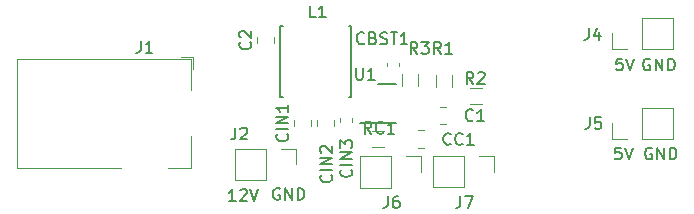
<source format=gto>
G04 #@! TF.GenerationSoftware,KiCad,Pcbnew,(5.1.6-0-10_14)*
G04 #@! TF.CreationDate,2021-08-26T03:19:47+09:00*
G04 #@! TF.ProjectId,5v,35762e6b-6963-4616-945f-706362585858,rev?*
G04 #@! TF.SameCoordinates,Original*
G04 #@! TF.FileFunction,Legend,Top*
G04 #@! TF.FilePolarity,Positive*
%FSLAX46Y46*%
G04 Gerber Fmt 4.6, Leading zero omitted, Abs format (unit mm)*
G04 Created by KiCad (PCBNEW (5.1.6-0-10_14)) date 2021-08-26 03:19:47*
%MOMM*%
%LPD*%
G01*
G04 APERTURE LIST*
%ADD10C,0.150000*%
%ADD11C,0.120000*%
%ADD12C,0.127000*%
G04 APERTURE END LIST*
D10*
X116950952Y-98092380D02*
X116379523Y-98092380D01*
X116665238Y-98092380D02*
X116665238Y-97092380D01*
X116570000Y-97235238D01*
X116474761Y-97330476D01*
X116379523Y-97378095D01*
X117331904Y-97187619D02*
X117379523Y-97140000D01*
X117474761Y-97092380D01*
X117712857Y-97092380D01*
X117808095Y-97140000D01*
X117855714Y-97187619D01*
X117903333Y-97282857D01*
X117903333Y-97378095D01*
X117855714Y-97520952D01*
X117284285Y-98092380D01*
X117903333Y-98092380D01*
X118189047Y-97092380D02*
X118522380Y-98092380D01*
X118855714Y-97092380D01*
X120678095Y-97050000D02*
X120582857Y-97002380D01*
X120440000Y-97002380D01*
X120297142Y-97050000D01*
X120201904Y-97145238D01*
X120154285Y-97240476D01*
X120106666Y-97430952D01*
X120106666Y-97573809D01*
X120154285Y-97764285D01*
X120201904Y-97859523D01*
X120297142Y-97954761D01*
X120440000Y-98002380D01*
X120535238Y-98002380D01*
X120678095Y-97954761D01*
X120725714Y-97907142D01*
X120725714Y-97573809D01*
X120535238Y-97573809D01*
X121154285Y-98002380D02*
X121154285Y-97002380D01*
X121725714Y-98002380D01*
X121725714Y-97002380D01*
X122201904Y-98002380D02*
X122201904Y-97002380D01*
X122440000Y-97002380D01*
X122582857Y-97050000D01*
X122678095Y-97145238D01*
X122725714Y-97240476D01*
X122773333Y-97430952D01*
X122773333Y-97573809D01*
X122725714Y-97764285D01*
X122678095Y-97859523D01*
X122582857Y-97954761D01*
X122440000Y-98002380D01*
X122201904Y-98002380D01*
X149679523Y-86032380D02*
X149203333Y-86032380D01*
X149155714Y-86508571D01*
X149203333Y-86460952D01*
X149298571Y-86413333D01*
X149536666Y-86413333D01*
X149631904Y-86460952D01*
X149679523Y-86508571D01*
X149727142Y-86603809D01*
X149727142Y-86841904D01*
X149679523Y-86937142D01*
X149631904Y-86984761D01*
X149536666Y-87032380D01*
X149298571Y-87032380D01*
X149203333Y-86984761D01*
X149155714Y-86937142D01*
X150012857Y-86032380D02*
X150346190Y-87032380D01*
X150679523Y-86032380D01*
X152028095Y-86080000D02*
X151932857Y-86032380D01*
X151790000Y-86032380D01*
X151647142Y-86080000D01*
X151551904Y-86175238D01*
X151504285Y-86270476D01*
X151456666Y-86460952D01*
X151456666Y-86603809D01*
X151504285Y-86794285D01*
X151551904Y-86889523D01*
X151647142Y-86984761D01*
X151790000Y-87032380D01*
X151885238Y-87032380D01*
X152028095Y-86984761D01*
X152075714Y-86937142D01*
X152075714Y-86603809D01*
X151885238Y-86603809D01*
X152504285Y-87032380D02*
X152504285Y-86032380D01*
X153075714Y-87032380D01*
X153075714Y-86032380D01*
X153551904Y-87032380D02*
X153551904Y-86032380D01*
X153790000Y-86032380D01*
X153932857Y-86080000D01*
X154028095Y-86175238D01*
X154075714Y-86270476D01*
X154123333Y-86460952D01*
X154123333Y-86603809D01*
X154075714Y-86794285D01*
X154028095Y-86889523D01*
X153932857Y-86984761D01*
X153790000Y-87032380D01*
X153551904Y-87032380D01*
X149579523Y-93572380D02*
X149103333Y-93572380D01*
X149055714Y-94048571D01*
X149103333Y-94000952D01*
X149198571Y-93953333D01*
X149436666Y-93953333D01*
X149531904Y-94000952D01*
X149579523Y-94048571D01*
X149627142Y-94143809D01*
X149627142Y-94381904D01*
X149579523Y-94477142D01*
X149531904Y-94524761D01*
X149436666Y-94572380D01*
X149198571Y-94572380D01*
X149103333Y-94524761D01*
X149055714Y-94477142D01*
X149912857Y-93572380D02*
X150246190Y-94572380D01*
X150579523Y-93572380D01*
X152178095Y-93620000D02*
X152082857Y-93572380D01*
X151940000Y-93572380D01*
X151797142Y-93620000D01*
X151701904Y-93715238D01*
X151654285Y-93810476D01*
X151606666Y-94000952D01*
X151606666Y-94143809D01*
X151654285Y-94334285D01*
X151701904Y-94429523D01*
X151797142Y-94524761D01*
X151940000Y-94572380D01*
X152035238Y-94572380D01*
X152178095Y-94524761D01*
X152225714Y-94477142D01*
X152225714Y-94143809D01*
X152035238Y-94143809D01*
X152654285Y-94572380D02*
X152654285Y-93572380D01*
X153225714Y-94572380D01*
X153225714Y-93572380D01*
X153701904Y-94572380D02*
X153701904Y-93572380D01*
X153940000Y-93572380D01*
X154082857Y-93620000D01*
X154178095Y-93715238D01*
X154225714Y-93810476D01*
X154273333Y-94000952D01*
X154273333Y-94143809D01*
X154225714Y-94334285D01*
X154178095Y-94429523D01*
X154082857Y-94524761D01*
X153940000Y-94572380D01*
X153701904Y-94572380D01*
D11*
G04 #@! TO.C,C1*
X134781252Y-91605000D02*
X134258748Y-91605000D01*
X134781252Y-90135000D02*
X134258748Y-90135000D01*
G04 #@! TO.C,CIN1*
X121885000Y-91721252D02*
X121885000Y-91198748D01*
X123355000Y-91721252D02*
X123355000Y-91198748D01*
G04 #@! TO.C,CIN2*
X123845000Y-91721252D02*
X123845000Y-91198748D01*
X125315000Y-91721252D02*
X125315000Y-91198748D01*
G04 #@! TO.C,CIN3*
X125780000Y-91370580D02*
X125780000Y-91089420D01*
X126800000Y-91370580D02*
X126800000Y-91089420D01*
G04 #@! TO.C,J1*
X113360000Y-86920000D02*
X113360000Y-85870000D01*
X112310000Y-85870000D02*
X113360000Y-85870000D01*
X107260000Y-95270000D02*
X98460000Y-95270000D01*
X98460000Y-95270000D02*
X98460000Y-86070000D01*
X113160000Y-92570000D02*
X113160000Y-95270000D01*
X113160000Y-95270000D02*
X111260000Y-95270000D01*
X98460000Y-86070000D02*
X113160000Y-86070000D01*
X113160000Y-86070000D02*
X113160000Y-88670000D01*
G04 #@! TO.C,J2*
X122080000Y-93650000D02*
X122080000Y-94980000D01*
X120750000Y-93650000D02*
X122080000Y-93650000D01*
X119480000Y-93650000D02*
X119480000Y-96310000D01*
X119480000Y-96310000D02*
X116880000Y-96310000D01*
X119480000Y-93650000D02*
X116880000Y-93650000D01*
X116880000Y-93650000D02*
X116880000Y-96310000D01*
G04 #@! TO.C,J4*
X148790000Y-85230000D02*
X148790000Y-83900000D01*
X150120000Y-85230000D02*
X148790000Y-85230000D01*
X151390000Y-85230000D02*
X151390000Y-82570000D01*
X151390000Y-82570000D02*
X153990000Y-82570000D01*
X151390000Y-85230000D02*
X153990000Y-85230000D01*
X153990000Y-85230000D02*
X153990000Y-82570000D01*
G04 #@! TO.C,C2*
X118765000Y-84721252D02*
X118765000Y-84198748D01*
X120235000Y-84721252D02*
X120235000Y-84198748D01*
G04 #@! TO.C,CBST1*
X130800000Y-86389420D02*
X130800000Y-86670580D01*
X129780000Y-86389420D02*
X129780000Y-86670580D01*
G04 #@! TO.C,CC1*
X132891252Y-93565000D02*
X132368748Y-93565000D01*
X132891252Y-92095000D02*
X132368748Y-92095000D01*
G04 #@! TO.C,J5*
X148790000Y-92850000D02*
X148790000Y-91520000D01*
X150120000Y-92850000D02*
X148790000Y-92850000D01*
X151390000Y-92850000D02*
X151390000Y-90190000D01*
X151390000Y-90190000D02*
X153990000Y-90190000D01*
X151390000Y-92850000D02*
X153990000Y-92850000D01*
X153990000Y-92850000D02*
X153990000Y-90190000D01*
D12*
G04 #@! TO.C,L1*
X126520000Y-89250000D02*
X126720000Y-89250000D01*
X126720000Y-89250000D02*
X126720000Y-83250000D01*
X126720000Y-83250000D02*
X126520000Y-83250000D01*
X120920000Y-89250000D02*
X120720000Y-89250000D01*
X120720000Y-89250000D02*
X120720000Y-83250000D01*
X120720000Y-83250000D02*
X120920000Y-83250000D01*
D11*
G04 #@! TO.C,R1*
X135280000Y-87430000D02*
X135280000Y-88430000D01*
X133920000Y-88430000D02*
X133920000Y-87430000D01*
G04 #@! TO.C,R2*
X137770000Y-89850000D02*
X136770000Y-89850000D01*
X136770000Y-88490000D02*
X137770000Y-88490000D01*
G04 #@! TO.C,R3*
X132400000Y-87330000D02*
X132400000Y-88330000D01*
X131040000Y-88330000D02*
X131040000Y-87330000D01*
G04 #@! TO.C,RC1*
X128480000Y-92160000D02*
X129480000Y-92160000D01*
X129480000Y-93520000D02*
X128480000Y-93520000D01*
D10*
G04 #@! TO.C,U1*
X129020000Y-88195000D02*
X130520000Y-88195000D01*
X127520000Y-91445000D02*
X130520000Y-91445000D01*
D11*
G04 #@! TO.C,J6*
X132680000Y-94290000D02*
X132680000Y-95620000D01*
X131350000Y-94290000D02*
X132680000Y-94290000D01*
X130080000Y-94290000D02*
X130080000Y-96950000D01*
X130080000Y-96950000D02*
X127480000Y-96950000D01*
X130080000Y-94290000D02*
X127480000Y-94290000D01*
X127480000Y-94290000D02*
X127480000Y-96950000D01*
G04 #@! TO.C,J7*
X133650000Y-94280000D02*
X133650000Y-96940000D01*
X136250000Y-94280000D02*
X133650000Y-94280000D01*
X136250000Y-96940000D02*
X133650000Y-96940000D01*
X136250000Y-94280000D02*
X136250000Y-96940000D01*
X137520000Y-94280000D02*
X138850000Y-94280000D01*
X138850000Y-94280000D02*
X138850000Y-95610000D01*
G04 #@! TO.C,C1*
D10*
X137033333Y-91227142D02*
X136985714Y-91274761D01*
X136842857Y-91322380D01*
X136747619Y-91322380D01*
X136604761Y-91274761D01*
X136509523Y-91179523D01*
X136461904Y-91084285D01*
X136414285Y-90893809D01*
X136414285Y-90750952D01*
X136461904Y-90560476D01*
X136509523Y-90465238D01*
X136604761Y-90370000D01*
X136747619Y-90322380D01*
X136842857Y-90322380D01*
X136985714Y-90370000D01*
X137033333Y-90417619D01*
X137985714Y-91322380D02*
X137414285Y-91322380D01*
X137700000Y-91322380D02*
X137700000Y-90322380D01*
X137604761Y-90465238D01*
X137509523Y-90560476D01*
X137414285Y-90608095D01*
G04 #@! TO.C,CIN1*
X121307142Y-92418571D02*
X121354761Y-92466190D01*
X121402380Y-92609047D01*
X121402380Y-92704285D01*
X121354761Y-92847142D01*
X121259523Y-92942380D01*
X121164285Y-92990000D01*
X120973809Y-93037619D01*
X120830952Y-93037619D01*
X120640476Y-92990000D01*
X120545238Y-92942380D01*
X120450000Y-92847142D01*
X120402380Y-92704285D01*
X120402380Y-92609047D01*
X120450000Y-92466190D01*
X120497619Y-92418571D01*
X121402380Y-91990000D02*
X120402380Y-91990000D01*
X121402380Y-91513809D02*
X120402380Y-91513809D01*
X121402380Y-90942380D01*
X120402380Y-90942380D01*
X121402380Y-89942380D02*
X121402380Y-90513809D01*
X121402380Y-90228095D02*
X120402380Y-90228095D01*
X120545238Y-90323333D01*
X120640476Y-90418571D01*
X120688095Y-90513809D01*
G04 #@! TO.C,CIN2*
X125027142Y-95888571D02*
X125074761Y-95936190D01*
X125122380Y-96079047D01*
X125122380Y-96174285D01*
X125074761Y-96317142D01*
X124979523Y-96412380D01*
X124884285Y-96460000D01*
X124693809Y-96507619D01*
X124550952Y-96507619D01*
X124360476Y-96460000D01*
X124265238Y-96412380D01*
X124170000Y-96317142D01*
X124122380Y-96174285D01*
X124122380Y-96079047D01*
X124170000Y-95936190D01*
X124217619Y-95888571D01*
X125122380Y-95460000D02*
X124122380Y-95460000D01*
X125122380Y-94983809D02*
X124122380Y-94983809D01*
X125122380Y-94412380D01*
X124122380Y-94412380D01*
X124217619Y-93983809D02*
X124170000Y-93936190D01*
X124122380Y-93840952D01*
X124122380Y-93602857D01*
X124170000Y-93507619D01*
X124217619Y-93460000D01*
X124312857Y-93412380D01*
X124408095Y-93412380D01*
X124550952Y-93460000D01*
X125122380Y-94031428D01*
X125122380Y-93412380D01*
G04 #@! TO.C,CIN3*
X126717142Y-95428571D02*
X126764761Y-95476190D01*
X126812380Y-95619047D01*
X126812380Y-95714285D01*
X126764761Y-95857142D01*
X126669523Y-95952380D01*
X126574285Y-96000000D01*
X126383809Y-96047619D01*
X126240952Y-96047619D01*
X126050476Y-96000000D01*
X125955238Y-95952380D01*
X125860000Y-95857142D01*
X125812380Y-95714285D01*
X125812380Y-95619047D01*
X125860000Y-95476190D01*
X125907619Y-95428571D01*
X126812380Y-95000000D02*
X125812380Y-95000000D01*
X126812380Y-94523809D02*
X125812380Y-94523809D01*
X126812380Y-93952380D01*
X125812380Y-93952380D01*
X125812380Y-93571428D02*
X125812380Y-92952380D01*
X126193333Y-93285714D01*
X126193333Y-93142857D01*
X126240952Y-93047619D01*
X126288571Y-93000000D01*
X126383809Y-92952380D01*
X126621904Y-92952380D01*
X126717142Y-93000000D01*
X126764761Y-93047619D01*
X126812380Y-93142857D01*
X126812380Y-93428571D01*
X126764761Y-93523809D01*
X126717142Y-93571428D01*
G04 #@! TO.C,J1*
X108906666Y-84552380D02*
X108906666Y-85266666D01*
X108859047Y-85409523D01*
X108763809Y-85504761D01*
X108620952Y-85552380D01*
X108525714Y-85552380D01*
X109906666Y-85552380D02*
X109335238Y-85552380D01*
X109620952Y-85552380D02*
X109620952Y-84552380D01*
X109525714Y-84695238D01*
X109430476Y-84790476D01*
X109335238Y-84838095D01*
G04 #@! TO.C,J2*
X116926666Y-91872380D02*
X116926666Y-92586666D01*
X116879047Y-92729523D01*
X116783809Y-92824761D01*
X116640952Y-92872380D01*
X116545714Y-92872380D01*
X117355238Y-91967619D02*
X117402857Y-91920000D01*
X117498095Y-91872380D01*
X117736190Y-91872380D01*
X117831428Y-91920000D01*
X117879047Y-91967619D01*
X117926666Y-92062857D01*
X117926666Y-92158095D01*
X117879047Y-92300952D01*
X117307619Y-92872380D01*
X117926666Y-92872380D01*
G04 #@! TO.C,J4*
X146846666Y-83452380D02*
X146846666Y-84166666D01*
X146799047Y-84309523D01*
X146703809Y-84404761D01*
X146560952Y-84452380D01*
X146465714Y-84452380D01*
X147751428Y-83785714D02*
X147751428Y-84452380D01*
X147513333Y-83404761D02*
X147275238Y-84119047D01*
X147894285Y-84119047D01*
G04 #@! TO.C,C2*
X118177142Y-84626666D02*
X118224761Y-84674285D01*
X118272380Y-84817142D01*
X118272380Y-84912380D01*
X118224761Y-85055238D01*
X118129523Y-85150476D01*
X118034285Y-85198095D01*
X117843809Y-85245714D01*
X117700952Y-85245714D01*
X117510476Y-85198095D01*
X117415238Y-85150476D01*
X117320000Y-85055238D01*
X117272380Y-84912380D01*
X117272380Y-84817142D01*
X117320000Y-84674285D01*
X117367619Y-84626666D01*
X117367619Y-84245714D02*
X117320000Y-84198095D01*
X117272380Y-84102857D01*
X117272380Y-83864761D01*
X117320000Y-83769523D01*
X117367619Y-83721904D01*
X117462857Y-83674285D01*
X117558095Y-83674285D01*
X117700952Y-83721904D01*
X118272380Y-84293333D01*
X118272380Y-83674285D01*
G04 #@! TO.C,CBST1*
X127826190Y-84717142D02*
X127778571Y-84764761D01*
X127635714Y-84812380D01*
X127540476Y-84812380D01*
X127397619Y-84764761D01*
X127302380Y-84669523D01*
X127254761Y-84574285D01*
X127207142Y-84383809D01*
X127207142Y-84240952D01*
X127254761Y-84050476D01*
X127302380Y-83955238D01*
X127397619Y-83860000D01*
X127540476Y-83812380D01*
X127635714Y-83812380D01*
X127778571Y-83860000D01*
X127826190Y-83907619D01*
X128588095Y-84288571D02*
X128730952Y-84336190D01*
X128778571Y-84383809D01*
X128826190Y-84479047D01*
X128826190Y-84621904D01*
X128778571Y-84717142D01*
X128730952Y-84764761D01*
X128635714Y-84812380D01*
X128254761Y-84812380D01*
X128254761Y-83812380D01*
X128588095Y-83812380D01*
X128683333Y-83860000D01*
X128730952Y-83907619D01*
X128778571Y-84002857D01*
X128778571Y-84098095D01*
X128730952Y-84193333D01*
X128683333Y-84240952D01*
X128588095Y-84288571D01*
X128254761Y-84288571D01*
X129207142Y-84764761D02*
X129350000Y-84812380D01*
X129588095Y-84812380D01*
X129683333Y-84764761D01*
X129730952Y-84717142D01*
X129778571Y-84621904D01*
X129778571Y-84526666D01*
X129730952Y-84431428D01*
X129683333Y-84383809D01*
X129588095Y-84336190D01*
X129397619Y-84288571D01*
X129302380Y-84240952D01*
X129254761Y-84193333D01*
X129207142Y-84098095D01*
X129207142Y-84002857D01*
X129254761Y-83907619D01*
X129302380Y-83860000D01*
X129397619Y-83812380D01*
X129635714Y-83812380D01*
X129778571Y-83860000D01*
X130064285Y-83812380D02*
X130635714Y-83812380D01*
X130350000Y-84812380D02*
X130350000Y-83812380D01*
X131492857Y-84812380D02*
X130921428Y-84812380D01*
X131207142Y-84812380D02*
X131207142Y-83812380D01*
X131111904Y-83955238D01*
X131016666Y-84050476D01*
X130921428Y-84098095D01*
G04 #@! TO.C,CC1*
X135163333Y-93247142D02*
X135115714Y-93294761D01*
X134972857Y-93342380D01*
X134877619Y-93342380D01*
X134734761Y-93294761D01*
X134639523Y-93199523D01*
X134591904Y-93104285D01*
X134544285Y-92913809D01*
X134544285Y-92770952D01*
X134591904Y-92580476D01*
X134639523Y-92485238D01*
X134734761Y-92390000D01*
X134877619Y-92342380D01*
X134972857Y-92342380D01*
X135115714Y-92390000D01*
X135163333Y-92437619D01*
X136163333Y-93247142D02*
X136115714Y-93294761D01*
X135972857Y-93342380D01*
X135877619Y-93342380D01*
X135734761Y-93294761D01*
X135639523Y-93199523D01*
X135591904Y-93104285D01*
X135544285Y-92913809D01*
X135544285Y-92770952D01*
X135591904Y-92580476D01*
X135639523Y-92485238D01*
X135734761Y-92390000D01*
X135877619Y-92342380D01*
X135972857Y-92342380D01*
X136115714Y-92390000D01*
X136163333Y-92437619D01*
X137115714Y-93342380D02*
X136544285Y-93342380D01*
X136830000Y-93342380D02*
X136830000Y-92342380D01*
X136734761Y-92485238D01*
X136639523Y-92580476D01*
X136544285Y-92628095D01*
G04 #@! TO.C,J5*
X146926666Y-90982380D02*
X146926666Y-91696666D01*
X146879047Y-91839523D01*
X146783809Y-91934761D01*
X146640952Y-91982380D01*
X146545714Y-91982380D01*
X147879047Y-90982380D02*
X147402857Y-90982380D01*
X147355238Y-91458571D01*
X147402857Y-91410952D01*
X147498095Y-91363333D01*
X147736190Y-91363333D01*
X147831428Y-91410952D01*
X147879047Y-91458571D01*
X147926666Y-91553809D01*
X147926666Y-91791904D01*
X147879047Y-91887142D01*
X147831428Y-91934761D01*
X147736190Y-91982380D01*
X147498095Y-91982380D01*
X147402857Y-91934761D01*
X147355238Y-91887142D01*
G04 #@! TO.C,L1*
X123723333Y-82552380D02*
X123247142Y-82552380D01*
X123247142Y-81552380D01*
X124580476Y-82552380D02*
X124009047Y-82552380D01*
X124294761Y-82552380D02*
X124294761Y-81552380D01*
X124199523Y-81695238D01*
X124104285Y-81790476D01*
X124009047Y-81838095D01*
G04 #@! TO.C,R1*
X134333333Y-85632380D02*
X134000000Y-85156190D01*
X133761904Y-85632380D02*
X133761904Y-84632380D01*
X134142857Y-84632380D01*
X134238095Y-84680000D01*
X134285714Y-84727619D01*
X134333333Y-84822857D01*
X134333333Y-84965714D01*
X134285714Y-85060952D01*
X134238095Y-85108571D01*
X134142857Y-85156190D01*
X133761904Y-85156190D01*
X135285714Y-85632380D02*
X134714285Y-85632380D01*
X135000000Y-85632380D02*
X135000000Y-84632380D01*
X134904761Y-84775238D01*
X134809523Y-84870476D01*
X134714285Y-84918095D01*
G04 #@! TO.C,R2*
X137083333Y-88162380D02*
X136750000Y-87686190D01*
X136511904Y-88162380D02*
X136511904Y-87162380D01*
X136892857Y-87162380D01*
X136988095Y-87210000D01*
X137035714Y-87257619D01*
X137083333Y-87352857D01*
X137083333Y-87495714D01*
X137035714Y-87590952D01*
X136988095Y-87638571D01*
X136892857Y-87686190D01*
X136511904Y-87686190D01*
X137464285Y-87257619D02*
X137511904Y-87210000D01*
X137607142Y-87162380D01*
X137845238Y-87162380D01*
X137940476Y-87210000D01*
X137988095Y-87257619D01*
X138035714Y-87352857D01*
X138035714Y-87448095D01*
X137988095Y-87590952D01*
X137416666Y-88162380D01*
X138035714Y-88162380D01*
G04 #@! TO.C,R3*
X132343333Y-85622380D02*
X132010000Y-85146190D01*
X131771904Y-85622380D02*
X131771904Y-84622380D01*
X132152857Y-84622380D01*
X132248095Y-84670000D01*
X132295714Y-84717619D01*
X132343333Y-84812857D01*
X132343333Y-84955714D01*
X132295714Y-85050952D01*
X132248095Y-85098571D01*
X132152857Y-85146190D01*
X131771904Y-85146190D01*
X132676666Y-84622380D02*
X133295714Y-84622380D01*
X132962380Y-85003333D01*
X133105238Y-85003333D01*
X133200476Y-85050952D01*
X133248095Y-85098571D01*
X133295714Y-85193809D01*
X133295714Y-85431904D01*
X133248095Y-85527142D01*
X133200476Y-85574761D01*
X133105238Y-85622380D01*
X132819523Y-85622380D01*
X132724285Y-85574761D01*
X132676666Y-85527142D01*
G04 #@! TO.C,RC1*
X128443333Y-92382380D02*
X128110000Y-91906190D01*
X127871904Y-92382380D02*
X127871904Y-91382380D01*
X128252857Y-91382380D01*
X128348095Y-91430000D01*
X128395714Y-91477619D01*
X128443333Y-91572857D01*
X128443333Y-91715714D01*
X128395714Y-91810952D01*
X128348095Y-91858571D01*
X128252857Y-91906190D01*
X127871904Y-91906190D01*
X129443333Y-92287142D02*
X129395714Y-92334761D01*
X129252857Y-92382380D01*
X129157619Y-92382380D01*
X129014761Y-92334761D01*
X128919523Y-92239523D01*
X128871904Y-92144285D01*
X128824285Y-91953809D01*
X128824285Y-91810952D01*
X128871904Y-91620476D01*
X128919523Y-91525238D01*
X129014761Y-91430000D01*
X129157619Y-91382380D01*
X129252857Y-91382380D01*
X129395714Y-91430000D01*
X129443333Y-91477619D01*
X130395714Y-92382380D02*
X129824285Y-92382380D01*
X130110000Y-92382380D02*
X130110000Y-91382380D01*
X130014761Y-91525238D01*
X129919523Y-91620476D01*
X129824285Y-91668095D01*
G04 #@! TO.C,U1*
X127148095Y-86822380D02*
X127148095Y-87631904D01*
X127195714Y-87727142D01*
X127243333Y-87774761D01*
X127338571Y-87822380D01*
X127529047Y-87822380D01*
X127624285Y-87774761D01*
X127671904Y-87727142D01*
X127719523Y-87631904D01*
X127719523Y-86822380D01*
X128719523Y-87822380D02*
X128148095Y-87822380D01*
X128433809Y-87822380D02*
X128433809Y-86822380D01*
X128338571Y-86965238D01*
X128243333Y-87060476D01*
X128148095Y-87108095D01*
G04 #@! TO.C,J6*
X129826666Y-97672380D02*
X129826666Y-98386666D01*
X129779047Y-98529523D01*
X129683809Y-98624761D01*
X129540952Y-98672380D01*
X129445714Y-98672380D01*
X130731428Y-97672380D02*
X130540952Y-97672380D01*
X130445714Y-97720000D01*
X130398095Y-97767619D01*
X130302857Y-97910476D01*
X130255238Y-98100952D01*
X130255238Y-98481904D01*
X130302857Y-98577142D01*
X130350476Y-98624761D01*
X130445714Y-98672380D01*
X130636190Y-98672380D01*
X130731428Y-98624761D01*
X130779047Y-98577142D01*
X130826666Y-98481904D01*
X130826666Y-98243809D01*
X130779047Y-98148571D01*
X130731428Y-98100952D01*
X130636190Y-98053333D01*
X130445714Y-98053333D01*
X130350476Y-98100952D01*
X130302857Y-98148571D01*
X130255238Y-98243809D01*
G04 #@! TO.C,J7*
X135976666Y-97682380D02*
X135976666Y-98396666D01*
X135929047Y-98539523D01*
X135833809Y-98634761D01*
X135690952Y-98682380D01*
X135595714Y-98682380D01*
X136357619Y-97682380D02*
X137024285Y-97682380D01*
X136595714Y-98682380D01*
G04 #@! TD*
M02*

</source>
